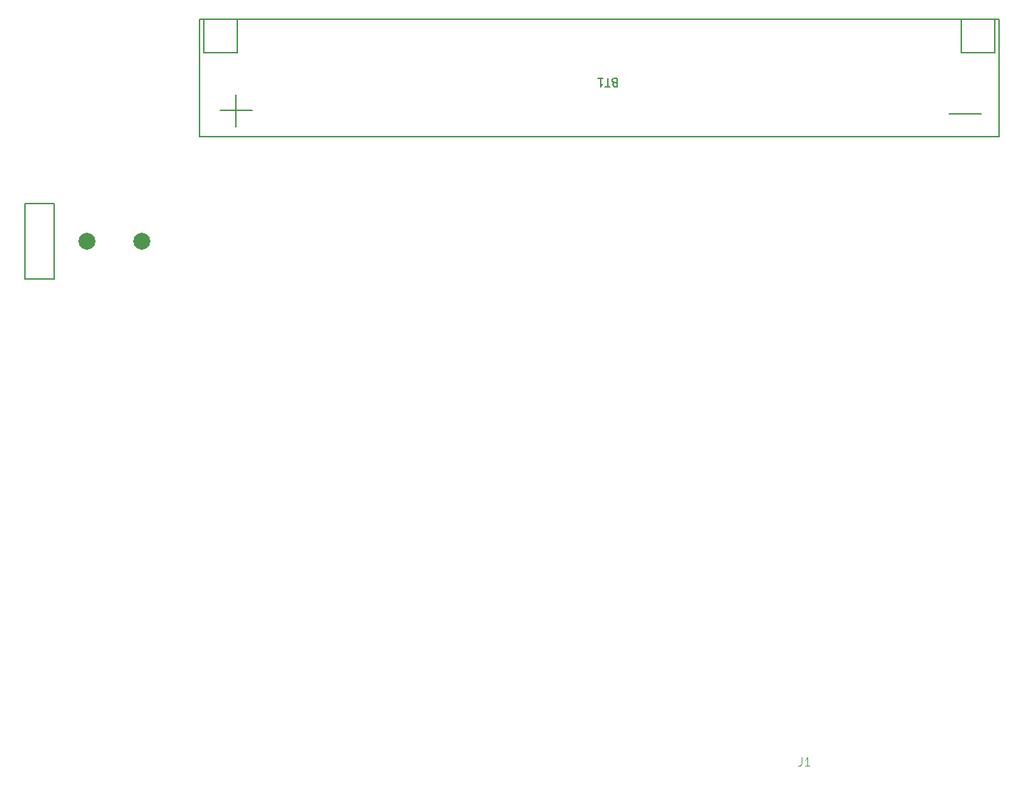
<source format=gbr>
%TF.GenerationSoftware,KiCad,Pcbnew,8.0.7*%
%TF.CreationDate,2025-06-04T19:27:18+09:00*%
%TF.ProjectId,cool642tb_R_v121,636f6f6c-3634-4327-9462-5f525f763132,rev?*%
%TF.SameCoordinates,Original*%
%TF.FileFunction,Legend,Top*%
%TF.FilePolarity,Positive*%
%FSLAX46Y46*%
G04 Gerber Fmt 4.6, Leading zero omitted, Abs format (unit mm)*
G04 Created by KiCad (PCBNEW 8.0.7) date 2025-06-04 19:27:18*
%MOMM*%
%LPD*%
G01*
G04 APERTURE LIST*
%ADD10C,0.100000*%
%ADD11C,0.150000*%
%ADD12C,2.000000*%
G04 APERTURE END LIST*
D10*
X62586666Y-60817419D02*
X62586666Y-61531704D01*
X62586666Y-61531704D02*
X62539047Y-61674561D01*
X62539047Y-61674561D02*
X62443809Y-61769800D01*
X62443809Y-61769800D02*
X62300952Y-61817419D01*
X62300952Y-61817419D02*
X62205714Y-61817419D01*
X63586666Y-61817419D02*
X63015238Y-61817419D01*
X63300952Y-61817419D02*
X63300952Y-60817419D01*
X63300952Y-60817419D02*
X63205714Y-60960276D01*
X63205714Y-60960276D02*
X63110476Y-61055514D01*
X63110476Y-61055514D02*
X63015238Y-61103133D01*
D11*
X40385714Y19481009D02*
X40242857Y19528628D01*
X40242857Y19528628D02*
X40195238Y19576247D01*
X40195238Y19576247D02*
X40147619Y19671485D01*
X40147619Y19671485D02*
X40147619Y19814342D01*
X40147619Y19814342D02*
X40195238Y19909580D01*
X40195238Y19909580D02*
X40242857Y19957200D01*
X40242857Y19957200D02*
X40338095Y20004819D01*
X40338095Y20004819D02*
X40719047Y20004819D01*
X40719047Y20004819D02*
X40719047Y19004819D01*
X40719047Y19004819D02*
X40385714Y19004819D01*
X40385714Y19004819D02*
X40290476Y19052438D01*
X40290476Y19052438D02*
X40242857Y19100057D01*
X40242857Y19100057D02*
X40195238Y19195295D01*
X40195238Y19195295D02*
X40195238Y19290533D01*
X40195238Y19290533D02*
X40242857Y19385771D01*
X40242857Y19385771D02*
X40290476Y19433390D01*
X40290476Y19433390D02*
X40385714Y19481009D01*
X40385714Y19481009D02*
X40719047Y19481009D01*
X39861904Y19004819D02*
X39290476Y19004819D01*
X39576190Y20004819D02*
X39576190Y19004819D01*
X38433333Y20004819D02*
X39004761Y20004819D01*
X38719047Y20004819D02*
X38719047Y19004819D01*
X38719047Y19004819D02*
X38814285Y19147676D01*
X38814285Y19147676D02*
X38909523Y19242914D01*
X38909523Y19242914D02*
X39004761Y19290533D01*
X83980839Y15725533D02*
X80171316Y15725533D01*
X-2689160Y16155533D02*
X-6498684Y16155533D01*
X-4593922Y18060295D02*
X-4593922Y14250771D01*
%TO.C,SW21*%
X-29650000Y5110000D02*
X-26150000Y5110000D01*
X-29650000Y-3890000D02*
X-29650000Y5110000D01*
X-26150000Y5110000D02*
X-26150000Y-3890000D01*
X-26150000Y-3890000D02*
X-29650000Y-3890000D01*
%TO.C,BT1*%
X-4400000Y23050000D02*
X-8400000Y23050000D01*
X-8400000Y27050000D01*
X-4400000Y27050000D01*
X-4400000Y23050000D01*
X85600000Y23050000D02*
X81600000Y23050000D01*
X81600000Y27050000D01*
X85600000Y27050000D01*
X85600000Y23050000D01*
X86100000Y13050000D02*
X-8900000Y13050000D01*
X-8900000Y27050000D01*
X86100000Y27050000D01*
X86100000Y13050000D01*
%TD*%
D12*
%TO.C,SW22*%
X-15770000Y580000D03*
X-22270000Y580000D03*
%TD*%
M02*

</source>
